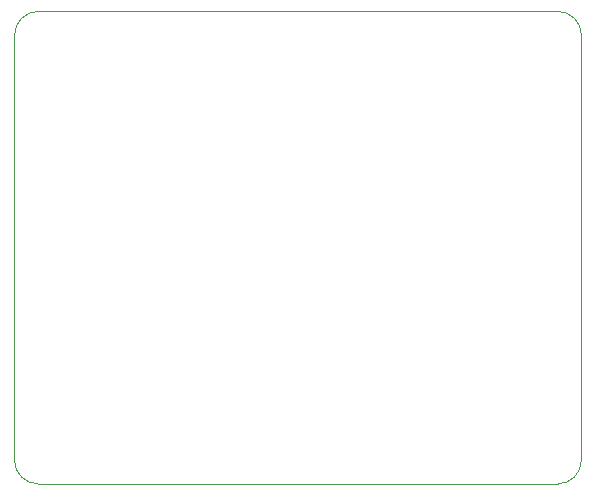
<source format=gm1>
G04 #@! TF.GenerationSoftware,KiCad,Pcbnew,8.0.1*
G04 #@! TF.CreationDate,2024-09-12T17:06:28-04:00*
G04 #@! TF.ProjectId,Digital,44696769-7461-46c2-9e6b-696361645f70,rev?*
G04 #@! TF.SameCoordinates,Original*
G04 #@! TF.FileFunction,Profile,NP*
%FSLAX46Y46*%
G04 Gerber Fmt 4.6, Leading zero omitted, Abs format (unit mm)*
G04 Created by KiCad (PCBNEW 8.0.1) date 2024-09-12 17:06:28*
%MOMM*%
%LPD*%
G01*
G04 APERTURE LIST*
G04 #@! TA.AperFunction,Profile*
%ADD10C,0.050000*%
G04 #@! TD*
G04 APERTURE END LIST*
D10*
X196000000Y-154000000D02*
X152000000Y-154000000D01*
X150000000Y-116000000D02*
G75*
G02*
X152000000Y-114000000I2000000J0D01*
G01*
X198000000Y-152000000D02*
G75*
G02*
X196000000Y-154000000I-2000000J0D01*
G01*
X196000000Y-114000000D02*
G75*
G02*
X198000000Y-116000000I0J-2000000D01*
G01*
X150000000Y-152000000D02*
X150000000Y-116000000D01*
X152000000Y-154000000D02*
G75*
G02*
X150000000Y-152000000I0J2000000D01*
G01*
X198000000Y-116000000D02*
X198000000Y-152000000D01*
X152000000Y-114000000D02*
X196000000Y-114000000D01*
M02*

</source>
